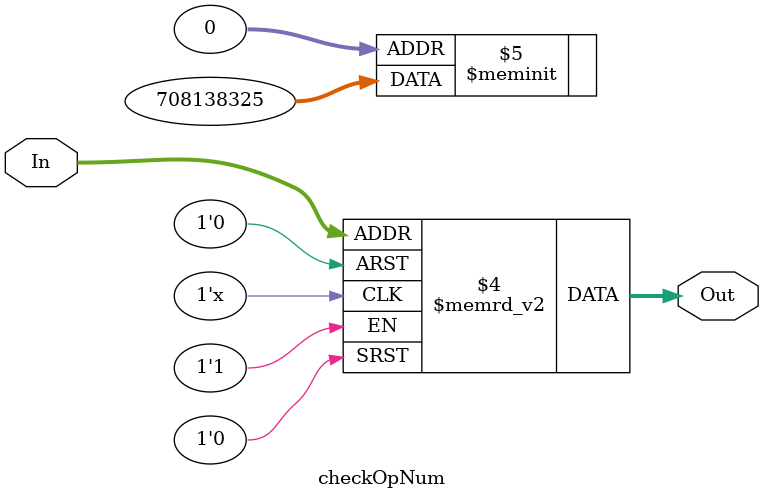
<source format=v>
/* LUT para estados */
/* Dois primeiros digitos da entrada eh o estado anterior */
/* Dois bits seguintes sao as entradas da da calculadora */

module checkOpNum (In, Out);
	input [3:0] In;
	output reg[1:0] Out;

	always @(*)	
		case (In)
			4'b0000 : Out = 2'b01; 
			4'b0001 : Out = 2'b01;
			4'b0010 : Out = 2'b01; 
			4'b0011 : Out = 2'b01; 

			4'b0100 : Out = 2'b01; 
			4'b0101 : Out = 2'b01; 
			4'b0110 : Out = 2'b01; 
			4'b0111 : Out = 2'b01; 
 
			4'b1000 : Out = 2'b01;      
			4'b1001 : Out = 2'b01;
			4'b1010 : Out = 2'b11; 
			4'b1011 : Out = 2'b00; 

			4'b1100 : Out = 2'b10; 
			4'b1101 : Out = 2'b10; 
			4'b1110 : Out = 2'b10; 
			4'b1111 : Out = 2'b00; 
	
			default : Out = 2'b00;
		endcase
		
endmodule
</source>
